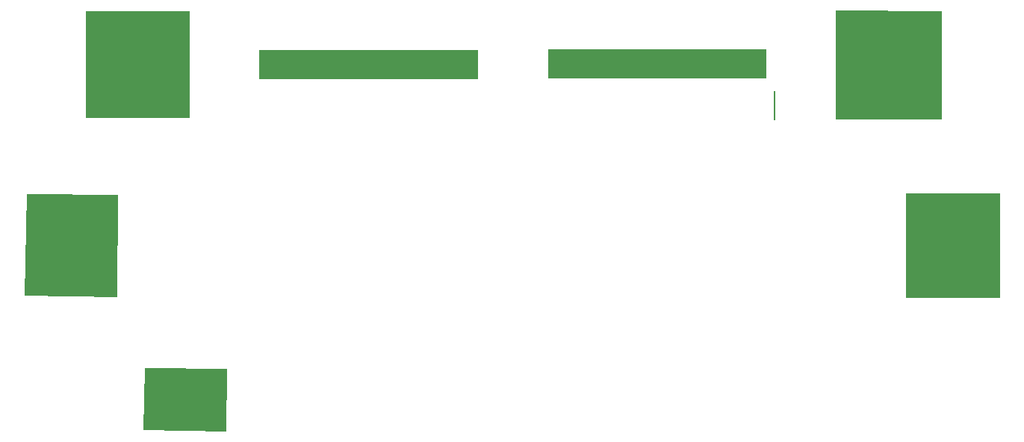
<source format=gbr>
%TF.GenerationSoftware,KiCad,Pcbnew,8.0.2*%
%TF.CreationDate,2024-11-29T16:24:00-08:00*%
%TF.ProjectId,procon_trigger_pcb,70726f63-6f6e-45f7-9472-69676765725f,rev?*%
%TF.SameCoordinates,Original*%
%TF.FileFunction,Glue,Bot*%
%TF.FilePolarity,Positive*%
%FSLAX46Y46*%
G04 Gerber Fmt 4.6, Leading zero omitted, Abs format (unit mm)*
G04 Created by KiCad (PCBNEW 8.0.2) date 2024-11-29 16:24:00*
%MOMM*%
%LPD*%
G01*
G04 APERTURE LIST*
%ADD10C,0.000000*%
%ADD11C,0.150000*%
G04 APERTURE END LIST*
D10*
G36*
X191461200Y-126410000D02*
G01*
X179675000Y-126410000D01*
X179675000Y-114285000D01*
X191461200Y-114285000D01*
X191461200Y-126410000D01*
G37*
G36*
X183316647Y-135151142D02*
G01*
X183261000Y-146735800D01*
X172745400Y-146558000D01*
X173008847Y-135024142D01*
X183316647Y-135151142D01*
G37*
G36*
X276705000Y-114280000D02*
G01*
X276705000Y-126580000D01*
X264742600Y-126554600D01*
X264742600Y-114254600D01*
X276705000Y-114280000D01*
G37*
G36*
X256890000Y-121900000D02*
G01*
X232115000Y-121900000D01*
X232115000Y-118650000D01*
X256890000Y-118650000D01*
X256890000Y-121900000D01*
G37*
G36*
X224165000Y-121990000D02*
G01*
X199390000Y-121990000D01*
X199390000Y-118740000D01*
X224165000Y-118740000D01*
X224165000Y-121990000D01*
G37*
G36*
X283340000Y-146840000D02*
G01*
X272704800Y-146840000D01*
X272704800Y-134990000D01*
X283340000Y-134990000D01*
X283340000Y-146840000D01*
G37*
G36*
X195760000Y-154890000D02*
G01*
X195630000Y-161970000D01*
X186240000Y-161850000D01*
X186420000Y-154770000D01*
X195760000Y-154890000D01*
G37*
D11*
X257790000Y-123355000D02*
X257790000Y-126605000D01*
M02*

</source>
